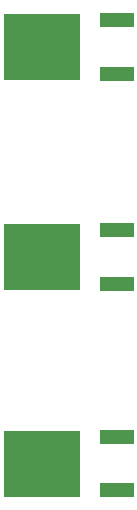
<source format=gbr>
%TF.GenerationSoftware,KiCad,Pcbnew,(6.0.1-0)*%
%TF.CreationDate,2022-02-23T15:31:50-05:00*%
%TF.ProjectId,PCB - Controls,50434220-2d20-4436-9f6e-74726f6c732e,rev?*%
%TF.SameCoordinates,Original*%
%TF.FileFunction,Paste,Top*%
%TF.FilePolarity,Positive*%
%FSLAX46Y46*%
G04 Gerber Fmt 4.6, Leading zero omitted, Abs format (unit mm)*
G04 Created by KiCad (PCBNEW (6.0.1-0)) date 2022-02-23 15:31:50*
%MOMM*%
%LPD*%
G01*
G04 APERTURE LIST*
%ADD10R,2.850000X1.250000*%
%ADD11R,6.500000X5.550000*%
G04 APERTURE END LIST*
D10*
%TO.C,Q1*%
X153720000Y-70860000D03*
D11*
X147320000Y-68580000D03*
D10*
X153720000Y-66300000D03*
%TD*%
%TO.C,Q3*%
X153720000Y-106160000D03*
D11*
X147320000Y-103880000D03*
D10*
X153720000Y-101600000D03*
%TD*%
%TO.C,Q2*%
X153720000Y-88640000D03*
D11*
X147320000Y-86360000D03*
D10*
X153720000Y-84080000D03*
%TD*%
M02*

</source>
